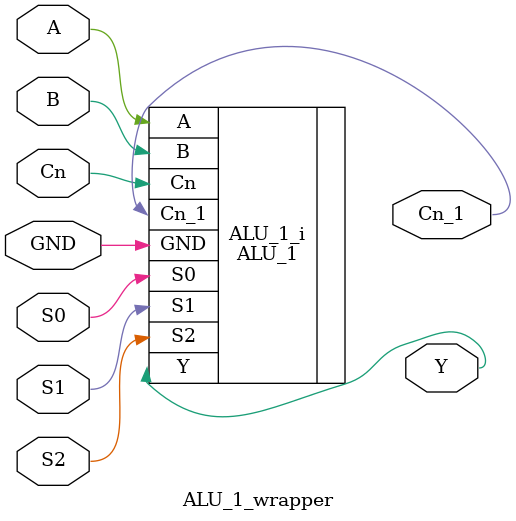
<source format=v>
`timescale 1 ps / 1 ps

module ALU_1_wrapper
   (A,
    B,
    Cn,
    Cn_1,
    GND,
    S0,
    S1,
    S2,
    Y);
  input A;
  input B;
  input Cn;
  output Cn_1;
  input GND;
  input S0;
  input S1;
  input S2;
  output Y;

  wire A;
  wire B;
  wire Cn;
  wire Cn_1;
  wire GND;
  wire S0;
  wire S1;
  wire S2;
  wire Y;

  ALU_1 ALU_1_i
       (.A(A),
        .B(B),
        .Cn(Cn),
        .Cn_1(Cn_1),
        .GND(GND),
        .S0(S0),
        .S1(S1),
        .S2(S2),
        .Y(Y));
endmodule

</source>
